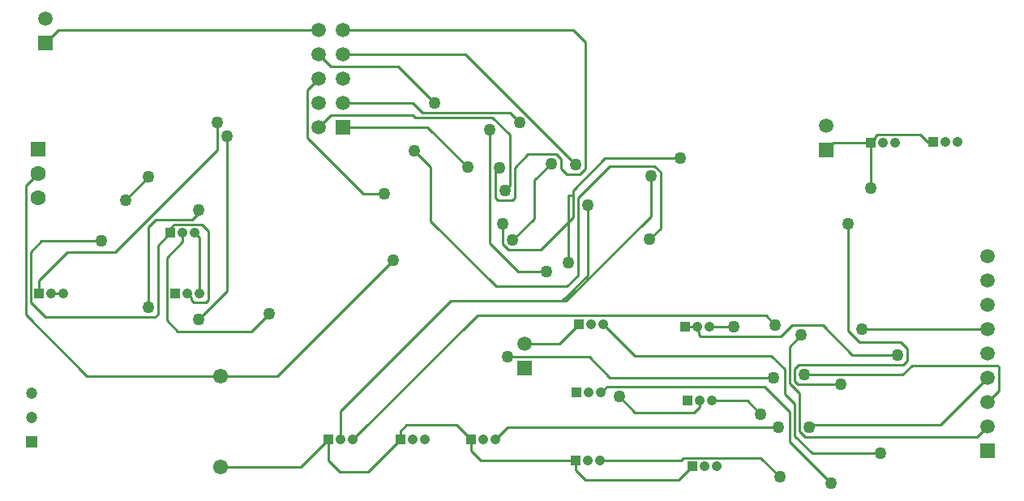
<source format=gbl>
%FSTAX23Y23*%
%MOIN*%
%SFA1B1*%

%IPPOS*%
%ADD13C,0.010000*%
%ADD36C,0.041340*%
%ADD37R,0.041340X0.041340*%
%ADD38R,0.059060X0.059060*%
%ADD39C,0.059060*%
%ADD40C,0.061020*%
%ADD41C,0.062990*%
%ADD42R,0.062990X0.062990*%
%ADD43R,0.047240X0.047240*%
%ADD44C,0.047240*%
%ADD45C,0.050000*%
%LNpcb1-1*%
%LPD*%
G54D13*
X0338Y01815D02*
X03395D01*
X03425Y02251D02*
Y02271D01*
Y02159D02*
Y02251D01*
X03405Y02139D02*
Y02251D01*
Y01972D02*
Y02139D01*
X03425Y02159*
X03291Y02025D02*
X03405Y02139D01*
X04495Y02465D02*
X0465D01*
X04465Y02435D02*
X04495Y02465D01*
X02307Y01132D02*
X0242Y01245D01*
X01975Y01132D02*
X02307D01*
X04573Y01593D02*
X04758D01*
X04451Y01715D02*
X04573Y01593D01*
X04326Y01715D02*
X04451D01*
X0428Y01669D02*
X04326Y01715D01*
X03946Y01669D02*
X0428D01*
X03935Y0171D02*
X03946Y01669D01*
X01885Y02175D02*
Y0219D01*
X0186Y0215D02*
X01885Y02175D01*
X0171Y0215D02*
X0186D01*
X01679Y02119D02*
X0171Y0215D01*
X01679Y0179D02*
Y02119D01*
X01174Y02289D02*
X01225Y0234D01*
X01174Y0176D02*
Y02289D01*
Y0176D02*
X01426Y01507D01*
X01975*
X04316Y01627D02*
X04363Y01675D01*
X04316Y01476D02*
Y01627D01*
Y01476D02*
X04356Y01436D01*
Y0128D02*
Y01436D01*
Y0128D02*
X04379Y01257D01*
X05087*
X0513Y013*
X04396Y01297D02*
X04405Y01306D01*
X04936*
X0513Y015*
X03576Y01501D02*
X0425D01*
X03492Y01585D02*
X03576Y01501D01*
X03155Y01585D02*
X03492D01*
X01586Y02231D02*
X0168Y02325D01*
X01886Y0174D02*
X02003Y01857D01*
Y02494*
X03744Y02164D02*
Y02328D01*
X03395Y01815D02*
X03744Y02164D01*
X0247Y01362D02*
X02923Y01815D01*
X0247Y01245D02*
Y01362D01*
X0374Y02069D02*
X03784Y02113D01*
Y02346*
X0376Y0237D02*
X03784Y02346D01*
X03575Y0237D02*
X0376D01*
X03445Y0224D02*
X03575Y0237D01*
X03445Y01921D02*
Y0224D01*
X03399Y01875D02*
X03445Y01921D01*
X03108Y01875D02*
X03399D01*
X02839Y02144D02*
X03108Y01875D01*
X02839Y02144D02*
Y02366D01*
X02771Y02434D02*
X02839Y02366D01*
X03945Y0138D02*
Y01405D01*
X03921Y01356D02*
X03945Y0138D01*
X0368Y01356D02*
X03921D01*
X03614Y01422D02*
X0368Y01356D01*
X03405Y02251D02*
X03425D01*
X0123Y01845D02*
Y01898D01*
X01347Y02015*
X01541*
X01963Y02437*
Y02549*
X04408Y01188D02*
X0469D01*
X04336Y0126D02*
X04408Y01188D01*
X04336Y0126D02*
Y01392D01*
X04296Y01432D02*
X04336Y01392D01*
X04296Y01432D02*
Y01535D01*
X0424Y01591D02*
X04296Y01535D01*
X03679Y01591D02*
X0424D01*
X0355Y0172D02*
X03679Y01591D01*
X0513Y014D02*
X05175Y01445D01*
Y01545*
X0517Y0155D02*
X05175Y01545D01*
X04818Y0155D02*
X0517D01*
X0478Y01512D02*
X04818Y0155D01*
X04376Y01512D02*
X0478D01*
X03164Y02591D02*
X03204Y02551D01*
X02804Y02591D02*
X03164D01*
X02765Y0263D02*
X02804Y02591D01*
X02478Y0263D02*
X02765D01*
X02478Y0293D02*
X03424D01*
X03476Y02878*
Y0236D02*
Y02878D01*
X03453Y02337D02*
X03476Y0236D01*
X03399Y02337D02*
X03453D01*
X03376Y0236D02*
X03399Y02337D01*
X03376Y0236D02*
Y024D01*
X03356Y0242D02*
X03376Y024D01*
X0324Y0242D02*
X03356D01*
X03184Y02364D02*
X0324Y0242D01*
X03184Y0224D02*
Y02364D01*
X03174Y0223D02*
X03184Y0224D01*
X03114Y0223D02*
X03174D01*
X03104Y0224D02*
X03114Y0223D01*
X03104Y0224D02*
Y02345D01*
X03123Y02364*
X02983Y0283D02*
X03436Y02377D01*
X02478Y0283D02*
X02983D01*
X0435Y01472D02*
X04524D01*
X04336Y01486D02*
X0435Y01472D01*
X04336Y01486D02*
Y01536D01*
X04353Y01553*
X04781*
X04798Y0157*
Y0162*
X04771Y01647D02*
X04798Y0162D01*
X04602Y01647D02*
X04771D01*
X04556Y01693D02*
X04602Y01647D01*
X04556Y01693D02*
Y02133D01*
X04611Y017D02*
X0513D01*
X03985Y0171D02*
X04084D01*
X02923Y01815D02*
X0338D01*
X03485Y0192*
Y02211*
X03556Y02403D02*
X03867D01*
X03425Y02271D02*
X03556Y02403D01*
X0316Y02025D02*
X03291D01*
X03137Y02048D02*
X0316Y02025D01*
X03137Y02048D02*
Y02133D01*
X032Y01935D02*
X03315D01*
X03081Y02054D02*
X032Y01935D01*
X03081Y02054D02*
Y0252D01*
X03266Y02312D02*
X03334Y0238D01*
X03266Y02154D02*
Y02312D01*
X03177Y02065D02*
X03266Y02154D01*
X0354Y0144D02*
X03564Y01464D01*
X04212*
X04316Y0136*
Y01236D02*
Y0136D01*
Y01236D02*
X04485Y01067D01*
X04143Y01405D02*
X04197Y01351D01*
X03995Y01405D02*
X04143D01*
X02378Y0253D02*
X02428Y0258D01*
X02766*
X02775Y02571*
X03092*
X03164Y02499*
Y0229D02*
Y02499D01*
X03144Y0227D02*
X03164Y0229D01*
X02333Y02684D02*
X02378Y0273D01*
X02333Y02485D02*
Y02684D01*
Y02485D02*
X02561Y02257D01*
X02649*
X02378Y0283D02*
X02428Y0278D01*
X02706*
X02855Y02631*
X02209Y01507D02*
X02685Y01983D01*
X01975Y01507D02*
X02209D01*
X02826Y0253D02*
X02991Y02365D01*
X02478Y0253D02*
X02826D01*
X0131Y0293D02*
X02378D01*
X01255Y02875D02*
X0131Y0293D01*
X0124Y02063D02*
X01485D01*
X01194Y02017D02*
X0124Y02063D01*
X01194Y0181D02*
Y02017D01*
Y0181D02*
X01256Y01748D01*
X01707*
X01719Y0176*
Y02044*
X0177Y02095*
X0189Y01845D02*
Y02075D01*
X0187Y02095D02*
X0189Y02075D01*
X0177Y02095D02*
Y02116D01*
X01784Y0213*
X019*
X01926Y02104*
Y0182D02*
Y02104D01*
X01915Y01809D02*
X01926Y0182D01*
X01865Y01809D02*
X01915D01*
X01854Y0182D02*
X01865Y01809D01*
X01854Y0182D02*
Y01831D01*
X0184Y01845D02*
X01854Y01831D01*
X02101Y0169D02*
X02175Y01764D01*
X018Y0169D02*
X02101D01*
X01754Y01736D02*
X018Y0169D01*
X01754Y01736D02*
Y01993D01*
X0182Y02059*
Y02095*
X0386Y0108D02*
X03915Y01135D01*
X03475Y0108D02*
X0386D01*
X03435Y0112D02*
X03475Y0108D01*
X03435Y0112D02*
Y0116D01*
X0465Y02279D02*
Y02465D01*
X03225Y0164D02*
X0337D01*
X0345Y0172*
X0252Y01245D02*
X03031Y01756D01*
X04218*
X04257Y01717*
X03005Y012D02*
Y01245D01*
Y012D02*
X03045Y0116D01*
X03435*
X03157Y01297D02*
X0427D01*
X03105Y01245D02*
X03157Y01297D01*
X04883Y0247D02*
X04905D01*
X04852Y02501D02*
X04883Y0247D01*
X04675Y02501D02*
X04852D01*
X04664Y0249D02*
X04675Y02501D01*
X04664Y02479D02*
Y0249D01*
X0465Y02465D02*
X04664Y02479D01*
X03535Y0116D02*
X03868D01*
X03879Y01171*
X04196*
X04275Y01092*
X0242Y0116D02*
Y01245D01*
Y0116D02*
X02467Y01113D01*
X02583*
X02715Y01245*
X02945Y01305D02*
X03005Y01245D01*
X0274Y01305D02*
X02945D01*
X02715Y0128D02*
X0274Y01305D01*
X02715Y01245D02*
Y0128D01*
X0128Y01845D02*
X0133D01*
X03885Y0171D02*
X03935D01*
G54D36*
X03995Y01405D03*
X03945D03*
X03485Y0116D03*
X03535D03*
X04955Y0247D03*
X05005D03*
X047Y02465D03*
X0475D03*
X035Y0172D03*
X0355D03*
X03935Y0171D03*
X03985D03*
X03965Y01135D03*
X04015D03*
X03055Y01245D03*
X03105D03*
X02765D03*
X02815D03*
X0247D03*
X0252D03*
X0349Y0144D03*
X0354D03*
X0182Y02095D03*
X0187D03*
X0184Y01845D03*
X0189D03*
X0128D03*
X0133D03*
G54D37*
X03895Y01405D03*
X03435Y0116D03*
X04905Y0247D03*
X0465Y02465D03*
X0345Y0172D03*
X03885Y0171D03*
X03915Y01135D03*
X03005Y01245D03*
X02715D03*
X0242D03*
X0344Y0144D03*
X0177Y02095D03*
X0179Y01845D03*
X0123D03*
G54D38*
X04465Y02435D03*
X0513Y012D03*
X02478Y0253D03*
X03225Y0154D03*
X01255Y02875D03*
G54D39*
X04465Y02535D03*
X0513Y014D03*
Y015D03*
Y016D03*
Y017D03*
Y018D03*
Y019D03*
Y02D03*
Y013D03*
X02378Y0293D03*
X02478D03*
X02378Y0283D03*
X02478D03*
X02378Y0273D03*
X02478D03*
X02378Y0263D03*
X02478D03*
X02378Y0253D03*
X03225Y0164D03*
X01255Y02975D03*
G54D40*
X01975Y01132D03*
Y01507D03*
G54D41*
X01225Y0224D03*
Y0234D03*
G54D42*
X01225Y0244D03*
G54D43*
X012Y01235D03*
G54D44*
X012Y01335D03*
Y01435D03*
G54D45*
X04758Y01593D03*
X01885Y0219D03*
X01679Y0179D03*
X04363Y01675D03*
X04396Y01297D03*
X0425Y01501D03*
X03155Y01585D03*
X0168Y02325D03*
X01586Y02231D03*
X01886Y0174D03*
X02003Y02494D03*
X03744Y02328D03*
X0374Y02069D03*
X02771Y02434D03*
X03614Y01422D03*
X03405Y01972D03*
X01963Y02549D03*
X0469Y01188D03*
X04376Y01512D03*
X03204Y02551D03*
X03123Y02364D03*
X03436Y02377D03*
X04524Y01472D03*
X04556Y02133D03*
X04611Y017D03*
X04084Y0171D03*
X03485Y02211D03*
X03867Y02403D03*
X03137Y02133D03*
X03315Y01935D03*
X03081Y0252D03*
X03334Y0238D03*
X03177Y02065D03*
X04485Y01067D03*
X04197Y01351D03*
X03144Y0227D03*
X02649Y02257D03*
X02855Y02631D03*
X02685Y01983D03*
X02991Y02365D03*
X01485Y02063D03*
X02175Y01764D03*
X0465Y02279D03*
X04257Y01717D03*
X0427Y01297D03*
X04275Y01092D03*
M02*
</source>
